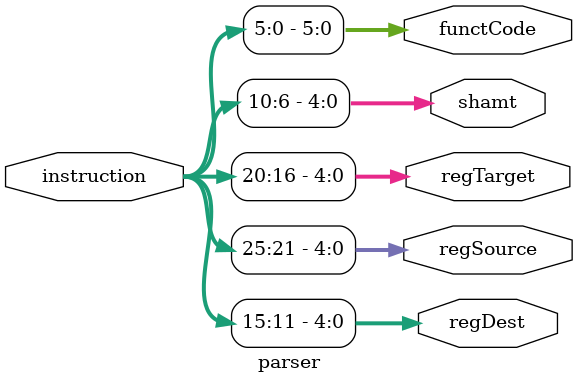
<source format=v>
module parser(regSource,regTarget,regDest,shamt,functCode,instruction);

input [31:0] instruction;
output [4:0] regDest,regSource,regTarget,shamt;
output [5:0] functCode;

wire [31:0] instruction;
wire [4:0] regDest,regSource,regTarget,shamt;
wire [5:0] functCode;

assign regSource[0] = instruction[21];
assign regSource[1] = instruction[22];
assign regSource[2] = instruction[23];
assign regSource[3] = instruction[24];
assign regSource[4] = instruction[25];

assign regTarget[0] = instruction[16];
assign regTarget[1] = instruction[17];
assign regTarget[2] = instruction[18];
assign regTarget[3] = instruction[19];
assign regTarget[4] = instruction[20];

assign regDest[0] = instruction[11];
assign regDest[1] = instruction[12];
assign regDest[2] = instruction[13];
assign regDest[3] = instruction[14];
assign regDest[4] = instruction[15];

assign shamt[0] = instruction[6];
assign shamt[1] = instruction[7];
assign shamt[2] = instruction[8];
assign shamt[3] = instruction[9];
assign shamt[4] = instruction[10];

assign functCode[0] = instruction[0];
assign functCode[1] = instruction[1];
assign functCode[2] = instruction[2];
assign functCode[3] = instruction[3];
assign functCode[4] = instruction[4];
assign functCode[5] = instruction[5];

endmodule

</source>
